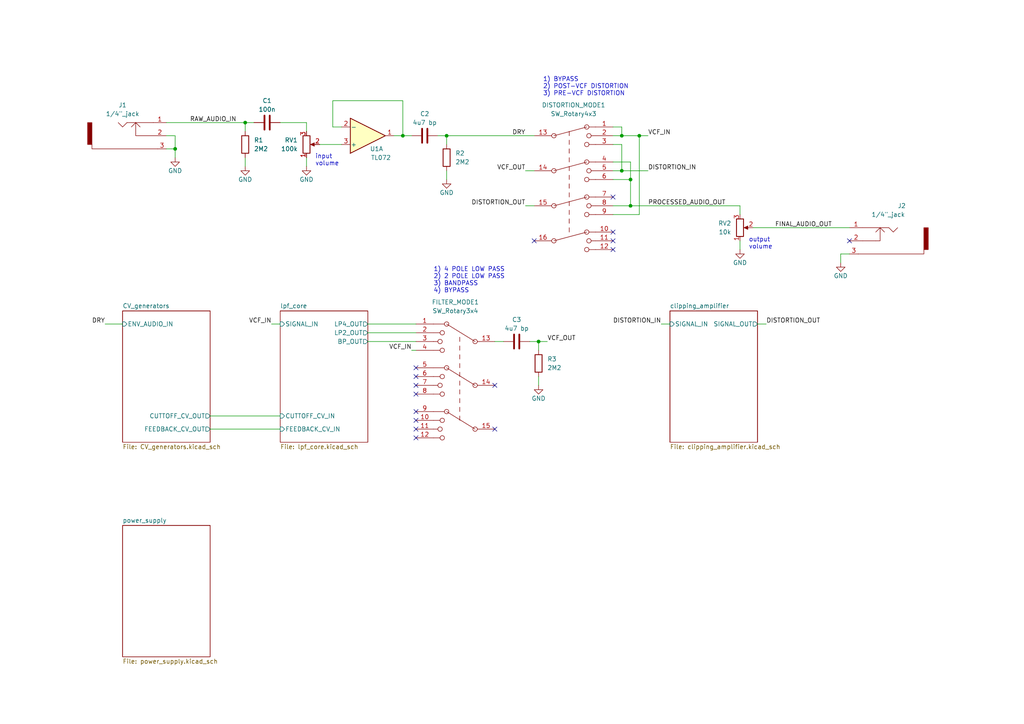
<source format=kicad_sch>
(kicad_sch (version 20211123) (generator eeschema)
  (paper "A4")
  (title_block (title "A.P. Joystick VCF pedal") (date "2022-01-14") (rev "0") (comment 2 "creativecommons.org/licenses/by/4.0") (comment 3 "License: CC by 4.0") (comment 4 "Author: Jordan Aceto"))
  (lib_symbols
    (symbol "Amplifier_Operational:TL072" (pin_names (offset 0.127))
      (property "Reference" "U" (at 0 5.08 0))
      (property "Value" "TL072" (at 0 -5.08 0))
      (symbol "TL072_1_1"
        (polyline (pts (xy -5.08 5.08) (xy 5.08 0) (xy -5.08 -5.08) (xy -5.08 5.08)) (stroke (width 0.254)) (fill (type background)))
        (pin output line (at 7.62 0 180) (length 2.54) (name "~") (number "1"))
        (pin input line (at -7.62 -2.54 0) (length 2.54) (name "-") (number "2"))
        (pin input line (at -7.62 2.54 0) (length 2.54) (name "+") (number "3"))
      )
      (symbol "TL072_2_1"
        (polyline (pts (xy -5.08 5.08) (xy 5.08 0) (xy -5.08 -5.08) (xy -5.08 5.08)) (stroke (width 0.254)) (fill (type background)))
        (pin input line (at -7.62 2.54 0) (length 2.54) (name "+") (number "5"))
        (pin input line (at -7.62 -2.54 0) (length 2.54) (name "-") (number "6"))
        (pin output line (at 7.62 0 180) (length 2.54) (name "~") (number "7"))
      )
      (symbol "TL072_3_1"
        (pin power_in line (at -2.54 -7.62 90) (length 3.81) (name "V-") (number "4"))
        (pin power_in line (at -2.54 7.62 270) (length 3.81) (name "V+") (number "8"))
      )
    )
    (symbol "Device:C" (pin_numbers hide) (pin_names (offset 0.254))
      (property "Reference" "C" (at 0.635 2.54 0))
      (property "Value" "C" (at 0.635 -2.54 0))
      (symbol "C_0_1"
        (polyline (pts (xy -2.032 -0.762) (xy 2.032 -0.762)) (stroke (width 0.508)))
        (polyline (pts (xy -2.032 0.762) (xy 2.032 0.762)) (stroke (width 0.508)))
      )
      (symbol "C_1_1"
        (pin passive line (at 0 3.81 270) (length 2.794) (name "~") (number "1"))
        (pin passive line (at 0 -3.81 90) (length 2.794) (name "~") (number "2"))
      )
    )
    (symbol "Device:R" (pin_numbers hide) (pin_names (offset 0))
      (property "Reference" "R" (at 2.032 0 90))
      (property "Value" "R" (at 0 0 90))
      (symbol "R_0_1"
        (rectangle (start -1.016 -2.54) (end 1.016 2.54) (stroke (width 0.254)))
      )
      (symbol "R_1_1"
        (pin passive line (at 0 3.81 270) (length 1.27) (name "~") (number "1"))
        (pin passive line (at 0 -3.81 90) (length 1.27) (name "~") (number "2"))
      )
    )
    (symbol "Device:R_Potentiometer" (pin_names (offset 1.016) hide)
      (property "Reference" "RV" (at -4.445 0 90))
      (property "Value" "R_Potentiometer" (at -2.54 0 90))
      (symbol "R_Potentiometer_0_1"
        (polyline (pts (xy 2.54 0) (xy 1.524 0)))
        (polyline (pts (xy 1.143 0) (xy 2.286 0.508) (xy 2.286 -0.508) (xy 1.143 0)) (fill (type outline)))
        (rectangle (start 1.016 2.54) (end -1.016 -2.54) (stroke (width 0.254)))
      )
      (symbol "R_Potentiometer_1_1"
        (pin passive line (at 0 3.81 270) (length 1.27) (name "1") (number "1"))
        (pin passive line (at 3.81 0 180) (length 1.27) (name "2") (number "2"))
        (pin passive line (at 0 -3.81 90) (length 1.27) (name "3") (number "3"))
      )
    )
    (symbol "Switch:SW_Rotary3x4" (pin_names (offset 1.016) hide)
      (property "Reference" "SW" (at 0 20.32 0))
      (property "Value" "SW_Rotary3x4" (at 0 -17.78 0))
      (symbol "SW_Rotary3x4_0_0"
        (circle (center -4.445 -12.7) (radius 0.635))
        (circle (center -4.445 0) (radius 0.635))
        (circle (center -4.445 12.7) (radius 0.635))
        (polyline (pts (xy -4.445 -12.7) (xy 3.81 -7.62)))
        (polyline (pts (xy -4.445 0) (xy 3.81 5.08)))
        (polyline (pts (xy -4.445 12.7) (xy 3.81 17.78)))
        (polyline (pts (xy 0 -10.16) (xy 0 -8.89)))
        (polyline (pts (xy 0 -7.62) (xy 0 -6.35)))
        (polyline (pts (xy 0 -5.08) (xy 0 -3.81)))
        (polyline (pts (xy 0 -2.54) (xy 0 -1.27)))
        (polyline (pts (xy 0 0) (xy 0 1.27)))
        (polyline (pts (xy 0 2.54) (xy 0 3.81)))
        (polyline (pts (xy 0 5.08) (xy 0 6.35)))
        (polyline (pts (xy 0 7.62) (xy 0 8.89)))
        (polyline (pts (xy 0 10.16) (xy 0 11.43)))
        (polyline (pts (xy 0 12.7) (xy 0 13.97)))
        (polyline (pts (xy 4.445 -7.62) (xy 7.62 -7.62)))
        (polyline (pts (xy 4.445 5.08) (xy 7.62 5.08)))
        (polyline (pts (xy 4.445 17.78) (xy 7.62 17.78)))
        (polyline (pts (xy 5.715 -15.24) (xy 7.62 -15.24)))
        (polyline (pts (xy 5.715 -10.16) (xy 7.62 -10.16)))
        (polyline (pts (xy 5.715 -2.54) (xy 7.62 -2.54)))
        (polyline (pts (xy 5.715 2.54) (xy 7.62 2.54)))
        (polyline (pts (xy 5.715 10.16) (xy 7.62 10.16)))
        (polyline (pts (xy 5.715 15.24) (xy 7.62 15.24)))
        (polyline (pts (xy 6.35 -12.7) (xy 7.62 -12.7)))
        (polyline (pts (xy 6.35 0) (xy 7.62 0)))
        (polyline (pts (xy 6.35 12.7) (xy 7.62 12.7)))
        (circle (center 3.81 -7.62) (radius 0.635))
        (circle (center 3.81 5.08) (radius 0.635))
        (circle (center 3.81 17.78) (radius 0.635))
        (circle (center 5.08 -15.24) (radius 0.635))
        (circle (center 5.08 -10.16) (radius 0.635))
        (circle (center 5.08 -2.54) (radius 0.635))
        (circle (center 5.08 2.54) (radius 0.635))
        (circle (center 5.08 10.16) (radius 0.635))
        (circle (center 5.08 15.24) (radius 0.635))
        (circle (center 5.715 -12.7) (radius 0.635))
        (circle (center 5.715 0) (radius 0.635))
        (circle (center 5.715 12.7) (radius 0.635))
      )
      (symbol "SW_Rotary3x4_0_1"
        (pin passive line (at 12.7 17.78 180) (length 5.08) (name "1") (number "1"))
        (pin passive line (at 12.7 -10.16 180) (length 5.08) (name "10") (number "10"))
        (pin passive line (at 12.7 -12.7 180) (length 5.08) (name "11") (number "11"))
        (pin passive line (at 12.7 -15.24 180) (length 5.08) (name "12") (number "12"))
        (pin passive line (at -10.16 12.7 0) (length 5.08) (name "13") (number "13"))
        (pin passive line (at -10.16 0 0) (length 5.08) (name "14") (number "14"))
        (pin passive line (at -10.16 -12.7 0) (length 5.08) (name "15") (number "15"))
        (pin passive line (at 12.7 15.24 180) (length 5.08) (name "2") (number "2"))
        (pin passive line (at 12.7 12.7 180) (length 5.08) (name "3") (number "3"))
        (pin passive line (at 12.7 10.16 180) (length 5.08) (name "4") (number "4"))
        (pin passive line (at 12.7 5.08 180) (length 5.08) (name "5") (number "5"))
        (pin passive line (at 12.7 2.54 180) (length 5.08) (name "6") (number "6"))
        (pin passive line (at 12.7 0 180) (length 5.08) (name "7") (number "7"))
        (pin passive line (at 12.7 -2.54 180) (length 5.08) (name "8") (number "8"))
        (pin passive line (at 12.7 -7.62 180) (length 5.08) (name "9") (number "9"))
      )
    )
    (symbol "Switch:SW_Rotary4x3" (pin_names (offset 1.016) hide)
      (property "Reference" "SW" (at 0 20.32 0))
      (property "Value" "SW_Rotary4x3" (at 0 -20.32 0))
      (symbol "SW_Rotary4x3_0_0"
        (circle (center -4.445 -15.24) (radius 0.635))
        (circle (center -4.445 -5.08) (radius 0.635))
        (circle (center -4.445 5.08) (radius 0.635))
        (circle (center -4.445 15.24) (radius 0.635))
        (polyline (pts (xy -4.445 -15.24) (xy 5.08 -12.7)))
        (polyline (pts (xy -4.445 -5.08) (xy 5.08 -2.54)))
        (polyline (pts (xy -4.445 5.08) (xy 5.08 7.62)))
        (polyline (pts (xy -4.445 15.24) (xy 5.08 17.78)))
        (polyline (pts (xy 0 -12.7) (xy 0 -11.43)))
        (polyline (pts (xy 0 -10.16) (xy 0 -8.89)))
        (polyline (pts (xy 0 -10.16) (xy 0 -8.89)))
        (polyline (pts (xy 0 -7.62) (xy 0 -6.35)))
        (polyline (pts (xy 0 -5.08) (xy 0 -3.81)))
        (polyline (pts (xy 0 -2.54) (xy 0 -1.27)))
        (polyline (pts (xy 0 0) (xy 0 1.27)))
        (polyline (pts (xy 0 0) (xy 0 1.27)))
        (polyline (pts (xy 0 2.54) (xy 0 3.81)))
        (polyline (pts (xy 0 5.08) (xy 0 6.35)))
        (polyline (pts (xy 0 7.62) (xy 0 8.89)))
        (polyline (pts (xy 0 10.16) (xy 0 11.43)))
        (polyline (pts (xy 0 10.16) (xy 0 11.43)))
        (polyline (pts (xy 0 12.7) (xy 0 13.97)))
        (polyline (pts (xy 0 15.24) (xy 0 16.51)))
        (polyline (pts (xy 5.715 -17.78) (xy 7.62 -17.78)))
        (polyline (pts (xy 5.715 -12.7) (xy 7.62 -12.7)))
        (polyline (pts (xy 5.715 -7.62) (xy 7.62 -7.62)))
        (polyline (pts (xy 5.715 -2.54) (xy 7.62 -2.54)))
        (polyline (pts (xy 5.715 2.54) (xy 7.62 2.54)))
        (polyline (pts (xy 5.715 7.62) (xy 7.62 7.62)))
        (polyline (pts (xy 5.715 12.7) (xy 7.62 12.7)))
        (polyline (pts (xy 5.715 17.78) (xy 7.62 17.78)))
        (polyline (pts (xy 6.35 -15.24) (xy 7.62 -15.24)))
        (polyline (pts (xy 6.35 -5.08) (xy 7.62 -5.08)))
        (polyline (pts (xy 6.35 5.08) (xy 7.62 5.08)))
        (polyline (pts (xy 6.35 15.24) (xy 7.62 15.24)))
        (circle (center 5.08 -17.78) (radius 0.635))
        (circle (center 5.08 -12.7) (radius 0.635))
        (circle (center 5.08 -7.62) (radius 0.635))
        (circle (center 5.08 -2.54) (radius 0.635))
        (circle (center 5.08 2.54) (radius 0.635))
        (circle (center 5.08 7.62) (radius 0.635))
        (circle (center 5.08 12.7) (radius 0.635))
        (circle (center 5.08 17.78) (radius 0.635))
        (circle (center 5.715 -15.24) (radius 0.635))
        (circle (center 5.715 -5.08) (radius 0.635))
        (circle (center 5.715 5.08) (radius 0.635))
        (circle (center 5.715 15.24) (radius 0.635))
      )
      (symbol "SW_Rotary4x3_0_1"
        (pin passive line (at 12.7 17.78 180) (length 5.08) (name "1") (number "1"))
        (pin passive line (at 12.7 -12.7 180) (length 5.08) (name "10") (number "10"))
        (pin passive line (at 12.7 -15.24 180) (length 5.08) (name "11") (number "11"))
        (pin passive line (at 12.7 -17.78 180) (length 5.08) (name "12") (number "12"))
        (pin passive line (at -10.16 15.24 0) (length 5.08) (name "13") (number "13"))
        (pin passive line (at -10.16 5.08 0) (length 5.08) (name "14") (number "14"))
        (pin passive line (at -10.16 -5.08 0) (length 5.08) (name "15") (number "15"))
        (pin passive line (at -10.16 -15.24 0) (length 5.08) (name "16") (number "16"))
        (pin passive line (at 12.7 15.24 180) (length 5.08) (name "2") (number "2"))
        (pin passive line (at 12.7 12.7 180) (length 5.08) (name "3") (number "3"))
        (pin passive line (at 12.7 7.62 180) (length 5.08) (name "4") (number "4"))
        (pin passive line (at 12.7 5.08 180) (length 5.08) (name "5") (number "5"))
        (pin passive line (at 12.7 2.54 180) (length 5.08) (name "6") (number "6"))
        (pin passive line (at 12.7 -2.54 180) (length 5.08) (name "7") (number "7"))
        (pin passive line (at 12.7 -5.08 180) (length 5.08) (name "8") (number "8"))
        (pin passive line (at 12.7 -7.62 180) (length 5.08) (name "9") (number "9"))
      )
    )
    (symbol "custom_symbols:audio_jack_switch" (pin_names (offset 1.016))
      (property "Reference" "J" (at 0 8.89 0))
      (property "Value" "audio_jack_switch" (at 0 6.35 0))
      (symbol "audio_jack_switch_0_1"
        (rectangle (start -11.43 -2.54) (end -10.16 3.81) (fill (type outline)))
        (polyline (pts (xy 3.81 0) (xy 7.62 0) (xy 7.62 0)))
        (polyline (pts (xy 8.89 -3.81) (xy -10.16 -3.81) (xy -10.16 -2.54)))
        (polyline (pts (xy 0 3.81) (xy -1.27 2.54) (xy -2.54 3.81) (xy -2.54 3.81)))
        (polyline (pts (xy 0 3.81) (xy 7.62 3.81) (xy 7.62 3.81) (xy 7.62 3.81)))
        (polyline (pts (xy 1.27 2.54) (xy 2.54 3.81) (xy 3.81 2.54) (xy 3.81 2.54)))
        (polyline (pts (xy 3.81 0) (xy 2.54 0) (xy 2.54 3.81) (xy 2.54 2.54)))
      )
      (symbol "audio_jack_switch_1_1"
        (pin passive line (at 11.43 3.81 180) (length 3.81) (name "~") (number "1"))
        (pin passive line (at 11.43 0 180) (length 3.81) (name "~") (number "2"))
        (pin passive line (at 11.43 -3.81 180) (length 2.54) (name "~") (number "3"))
      )
    )
    (symbol "power:GND" (power) (pin_names (offset 0))
      (property "Value" "GND" (at 0 -3.81 0))
      (symbol "GND_0_1"
        (polyline (pts (xy 0 0) (xy 0 -1.27) (xy 1.27 -1.27) (xy 0 -2.54) (xy -1.27 -1.27) (xy 0 -1.27)))
      )
      (symbol "GND_1_1"
        (pin power_in line (at 0 0 270) (length 0) hide (name "GND") (number "1"))
      )
    )
  )
  (junction (at 182.88 52.07))
  (junction (at 182.88 59.69))
  (junction (at 71.12 35.56))
  (junction (at 156.21 99.06))
  (junction (at 116.84 39.37))
  (junction (at 129.54 39.37))
  (junction (at 180.34 49.53))
  (junction (at 50.8 43.18))
  (junction (at 185.42 39.37))
  (junction (at 180.34 39.37))
  (no_connect (at 246.38 69.85))
  (no_connect (at 177.8 57.15))
  (no_connect (at 120.65 119.38))
  (no_connect (at 120.65 121.92))
  (no_connect (at 120.65 111.76))
  (no_connect (at 120.65 114.3))
  (no_connect (at 120.65 124.46))
  (no_connect (at 143.51 124.46))
  (no_connect (at 143.51 111.76))
  (no_connect (at 120.65 109.22))
  (no_connect (at 120.65 106.68))
  (no_connect (at 120.65 127))
  (no_connect (at 177.8 72.39))
  (no_connect (at 177.8 69.85))
  (no_connect (at 177.8 67.31))
  (no_connect (at 154.94 69.85))
  (wire (pts (xy 71.12 45.72) (xy 71.12 48.26)))
  (wire (pts (xy 71.12 35.56) (xy 73.66 35.56)))
  (wire (pts (xy 96.52 29.21) (xy 116.84 29.21)))
  (wire (pts (xy 78.74 93.98) (xy 81.28 93.98)))
  (wire (pts (xy 156.21 99.06) (xy 153.67 99.06)))
  (wire (pts (xy 185.42 39.37) (xy 180.34 39.37)))
  (wire (pts (xy 182.88 59.69) (xy 182.88 52.07)))
  (wire (pts (xy 60.96 120.65) (xy 81.28 120.65)))
  (wire (pts (xy 243.84 73.66) (xy 246.38 73.66)))
  (wire (pts (xy 182.88 46.99) (xy 177.8 46.99)))
  (wire (pts (xy 180.34 49.53) (xy 177.8 49.53)))
  (wire (pts (xy 88.9 45.72) (xy 88.9 48.26)))
  (wire (pts (xy 129.54 49.53) (xy 129.54 52.07)))
  (wire (pts (xy 156.21 101.6) (xy 156.21 99.06)))
  (wire (pts (xy 106.68 93.98) (xy 120.65 93.98)))
  (wire (pts (xy 180.34 39.37) (xy 180.34 36.83)))
  (wire (pts (xy 214.63 62.23) (xy 214.63 59.69)))
  (wire (pts (xy 177.8 41.91) (xy 180.34 41.91)))
  (wire (pts (xy 71.12 38.1) (xy 71.12 35.56)))
  (wire (pts (xy 185.42 39.37) (xy 187.96 39.37)))
  (wire (pts (xy 50.8 43.18) (xy 48.26 43.18)))
  (wire (pts (xy 177.8 39.37) (xy 180.34 39.37)))
  (wire (pts (xy 129.54 41.91) (xy 129.54 39.37)))
  (wire (pts (xy 143.51 99.06) (xy 146.05 99.06)))
  (wire (pts (xy 214.63 69.85) (xy 214.63 72.39)))
  (wire (pts (xy 185.42 62.23) (xy 185.42 39.37)))
  (wire (pts (xy 222.25 93.98) (xy 219.71 93.98)))
  (wire (pts (xy 106.68 99.06) (xy 120.65 99.06)))
  (wire (pts (xy 177.8 59.69) (xy 182.88 59.69)))
  (wire (pts (xy 92.71 41.91) (xy 99.06 41.91)))
  (wire (pts (xy 182.88 52.07) (xy 182.88 46.99)))
  (wire (pts (xy 99.06 36.83) (xy 96.52 36.83)))
  (wire (pts (xy 177.8 52.07) (xy 182.88 52.07)))
  (wire (pts (xy 182.88 59.69) (xy 214.63 59.69)))
  (wire (pts (xy 129.54 39.37) (xy 154.94 39.37)))
  (wire (pts (xy 50.8 45.72) (xy 50.8 43.18)))
  (wire (pts (xy 156.21 99.06) (xy 158.75 99.06)))
  (wire (pts (xy 129.54 39.37) (xy 127 39.37)))
  (wire (pts (xy 119.38 101.6) (xy 120.65 101.6)))
  (wire (pts (xy 96.52 36.83) (xy 96.52 29.21)))
  (wire (pts (xy 30.48 93.98) (xy 35.56 93.98)))
  (wire (pts (xy 177.8 36.83) (xy 180.34 36.83)))
  (wire (pts (xy 50.8 43.18) (xy 50.8 39.37)))
  (wire (pts (xy 191.77 93.98) (xy 194.31 93.98)))
  (wire (pts (xy 116.84 39.37) (xy 114.3 39.37)))
  (wire (pts (xy 243.84 76.2) (xy 243.84 73.66)))
  (wire (pts (xy 180.34 49.53) (xy 187.96 49.53)))
  (wire (pts (xy 180.34 41.91) (xy 180.34 49.53)))
  (wire (pts (xy 152.4 59.69) (xy 154.94 59.69)))
  (wire (pts (xy 218.44 66.04) (xy 246.38 66.04)))
  (wire (pts (xy 60.96 124.46) (xy 81.28 124.46)))
  (wire (pts (xy 116.84 39.37) (xy 119.38 39.37)))
  (wire (pts (xy 48.26 35.56) (xy 71.12 35.56)))
  (wire (pts (xy 116.84 29.21) (xy 116.84 39.37)))
  (wire (pts (xy 50.8 39.37) (xy 48.26 39.37)))
  (wire (pts (xy 156.21 109.22) (xy 156.21 111.76)))
  (wire (pts (xy 88.9 38.1) (xy 88.9 35.56)))
  (wire (pts (xy 81.28 35.56) (xy 88.9 35.56)))
  (wire (pts (xy 106.68 96.52) (xy 120.65 96.52)))
  (wire (pts (xy 177.8 62.23) (xy 185.42 62.23)))
  (wire (pts (xy 152.4 49.53) (xy 154.94 49.53)))
  (text "output\nvolume" (at 217.17 72.39 0) (effects (font (size 1.27 1.27)) (justify left bottom)))
  (text "1) 4 POLE LOW PASS\n2) 2 POLE LOW PASS\n3) BANDPASS\n4) BYPASS" (at 125.73 85.09 0) (effects (font (size 1.27 1.27)) (justify left bottom)))
  (text "1) BYPASS\n2) POST-VCF DISTORTION\n3) PRE-VCF DISTORTION" (at 157.48 27.94 0) (effects (font (size 1.27 1.27)) (justify left bottom)))
  (text "input\nvolume" (at 91.44 48.26 0) (effects (font (size 1.27 1.27)) (justify left bottom)))
  (label "DRY" (at 152.4 39.37 180))
  (label "VCF_OUT" (at 158.75 99.06 0))
  (label "RAW_AUDIO_IN" (at 68.58 35.56 180))
  (label "DRY" (at 30.48 93.98 180))
  (label "VCF_OUT" (at 152.4 49.53 180))
  (label "PROCESSED_AUDIO_OUT" (at 187.96 59.69 0))
  (label "FINAL_AUDIO_OUT" (at 224.79 66.04 0))
  (label "DISTORTION_OUT" (at 222.25 93.98 0))
  (label "DISTORTION_IN" (at 191.77 93.98 180))
  (label "DISTORTION_IN" (at 187.96 49.53 0))
  (label "VCF_IN" (at 187.96 39.37 0))
  (label "DISTORTION_OUT" (at 152.4 59.69 180))
  (label "VCF_IN" (at 78.74 93.98 180))
  (label "VCF_IN" (at 119.38 101.6 180))
  (symbol (lib_id "power:GND") (at 243.84 76.2 0) (mirror y) (unit 1)
    (property "Reference" "#PWR07" (effects hide))
    (property "Value" "GND" (at 243.84 80.01 0))
  )
  (symbol (lib_id "power:GND") (at 156.21 111.76 0) (unit 1)
    (property "Reference" "#PWR05" (effects hide))
    (property "Value" "GND" (at 156.21 115.57 0))
  )
  (symbol (lib_id "power:GND") (at 88.9 48.26 0) (unit 1)
    (property "Reference" "#PWR03" (effects hide))
    (property "Value" "GND" (at 88.9 52.07 0))
  )
  (symbol (lib_id "Switch:SW_Rotary4x3") (at 165.1 54.61 0) (unit 1)
    (property "Reference" "DISTORTION_MODE1" (at 166.37 30.48 0))
    (property "Value" "SW_Rotary4x3" (at 166.37 33.02 0))
    (property "Datasheet" "http://cdn-reichelt.de/documents/datenblatt/C200/DS-Serie%23LOR.pdf" (effects hide))
  )
  (symbol (lib_id "Device:R_Potentiometer") (at 88.9 41.91 0) (mirror x) (unit 1)
    (property "Reference" "RV1" (at 86.36 40.6399 0) (effects (justify right)))
    (property "Value" "100k" (at 86.36 43.1799 0) (effects (justify right)))
  )
  (symbol (lib_id "custom_symbols:audio_jack_switch") (at 257.81 69.85 0) (mirror y) (unit 1)
    (property "Reference" "J2" (at 260.35 59.69 0) (effects (justify right)))
    (property "Value" "1/4\"_jack" (at 252.73 62.23 0) (effects (justify right)))
  )
  (symbol (lib_id "Switch:SW_Rotary3x4") (at 133.35 111.76 0) (mirror y) (unit 1)
    (property "Reference" "FILTER_MODE1" (at 132.08 87.63 0))
    (property "Value" "SW_Rotary3x4" (at 132.08 90.17 0))
    (property "Datasheet" "http://cdn-reichelt.de/documents/datenblatt/C200/DS-Serie%23LOR.pdf" (effects hide))
  )
  (symbol (lib_id "power:GND") (at 71.12 48.26 0) (unit 1)
    (property "Reference" "#PWR02" (effects hide))
    (property "Value" "GND" (at 71.12 52.07 0))
  )
  (symbol (lib_id "power:GND") (at 129.54 52.07 0) (unit 1)
    (property "Reference" "#PWR04" (effects hide))
    (property "Value" "GND" (at 129.54 55.88 0))
  )
  (symbol (lib_id "Device:R") (at 71.12 41.91 0) (unit 1)
    (property "Reference" "R1" (at 73.66 40.6399 0) (effects (justify left)))
    (property "Value" "2M2" (at 73.66 43.1799 0) (effects (justify left)))
  )
  (symbol (lib_id "Device:C") (at 149.86 99.06 90) (unit 1)
    (property "Reference" "C3" (at 149.86 92.71 90))
    (property "Value" "4u7 bp" (at 149.86 95.25 90))
  )
  (symbol (lib_id "custom_symbols:audio_jack_switch") (at 36.83 39.37 0) (unit 1)
    (property "Reference" "J1" (at 35.56 30.48 0))
    (property "Value" "1/4\"_jack" (at 35.56 33.02 0))
  )
  (symbol (lib_id "Device:R_Potentiometer") (at 214.63 66.04 0) (mirror x) (unit 1)
    (property "Reference" "RV2" (at 212.09 64.7699 0) (effects (justify right)))
    (property "Value" "10k" (at 212.09 67.3099 0) (effects (justify right)))
  )
  (symbol (lib_id "Device:C") (at 77.47 35.56 90) (unit 1)
    (property "Reference" "C1" (at 77.47 29.21 90))
    (property "Value" "100n" (at 77.47 31.75 90))
  )
  (symbol (lib_id "power:GND") (at 214.63 72.39 0) (unit 1)
    (property "Reference" "#PWR06" (effects hide))
    (property "Value" "GND" (at 214.63 76.2 0))
  )
  (symbol (lib_id "Amplifier_Operational:TL072") (at 106.68 39.37 0) (mirror x) (unit 1)
    (property "Reference" "U1" (at 109.22 43.18 0))
    (property "Value" "TL072" (at 110.49 45.72 0))
    (property "Datasheet" "http://www.ti.com/lit/ds/symlink/tl071.pdf" (effects hide))
  )
  (symbol (lib_id "Device:R") (at 129.54 45.72 0) (unit 1)
    (property "Reference" "R2" (at 132.08 44.4499 0) (effects (justify left)))
    (property "Value" "2M2" (at 132.08 46.9899 0) (effects (justify left)))
  )
  (symbol (lib_id "Device:C") (at 123.19 39.37 90) (unit 1)
    (property "Reference" "C2" (at 123.19 33.02 90))
    (property "Value" "4u7 bp" (at 123.19 35.56 90))
  )
  (symbol (lib_id "power:GND") (at 50.8 45.72 0) (unit 1)
    (property "Reference" "#PWR01" (effects hide))
    (property "Value" "GND" (at 50.8 49.53 0))
  )
  (symbol (lib_id "Device:R") (at 156.21 105.41 0) (unit 1)
    (property "Reference" "R3" (at 158.75 104.1399 0) (effects (justify left)))
    (property "Value" "2M2" (at 158.75 106.6799 0) (effects (justify left)))
  )
  (sheet (at 194.31 90.17) (size 25.4 38.1) (stroke (width 0.1524))
    (property "Sheet name" "clipping_amplifier" (at 194.31 89.4584 0) (effects (justify left bottom)))
    (property "Sheet file" "clipping_amplifier.kicad_sch" (at 194.31 128.8546 0) (effects (justify left top)))
    (pin "SIGNAL_OUT" output (at 219.71 93.98 0))
    (pin "SIGNAL_IN" input (at 194.31 93.98 180))
  )
  (sheet (at 35.56 152.4) (size 25.4 38.1) (stroke (width 0.1524))
    (property "Sheet name" "power_supply" (at 35.56 151.6884 0) (effects (justify left bottom)))
    (property "Sheet file" "power_supply.kicad_sch" (at 35.56 191.0846 0) (effects (justify left top)))
  )
  (sheet (at 35.56 90.17) (size 25.4 38.1) (stroke (width 0.1524))
    (property "Sheet name" "CV_generators" (at 35.56 89.4584 0) (effects (justify left bottom)))
    (property "Sheet file" "CV_generators.kicad_sch" (at 35.56 128.8546 0) (effects (justify left top)))
    (pin "FEEDBACK_CV_OUT" output (at 60.96 124.46 0))
    (pin "CUTTOFF_CV_OUT" output (at 60.96 120.65 0))
    (pin "ENV_AUDIO_IN" input (at 35.56 93.98 180))
  )
  (sheet (at 81.28 90.17) (size 25.4 38.1) (stroke (width 0.1524))
    (property "Sheet name" "lpf_core" (at 81.28 89.4584 0) (effects (justify left bottom)))
    (property "Sheet file" "lpf_core.kicad_sch" (at 81.28 128.8546 0) (effects (justify left top)))
    (pin "SIGNAL_IN" input (at 81.28 93.98 180))
    (pin "CUTTOFF_CV_IN" input (at 81.28 120.65 180))
    (pin "LP4_OUT" output (at 106.68 93.98 0))
    (pin "FEEDBACK_CV_IN" input (at 81.28 124.46 180))
    (pin "LP2_OUT" output (at 106.68 96.52 0))
    (pin "BP_OUT" output (at 106.68 99.06 0))
  )
)
</source>
